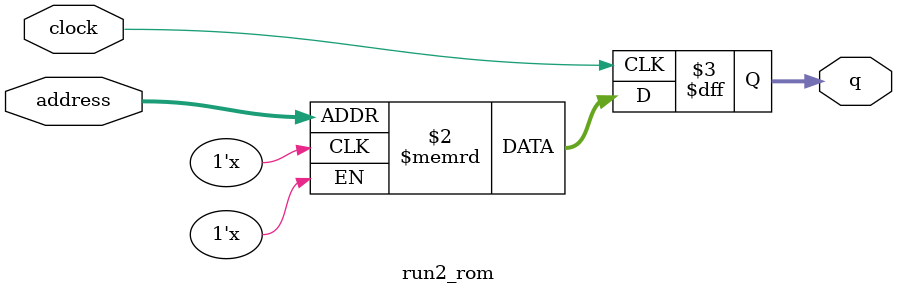
<source format=sv>
module run2_rom (
	input logic clock,
	input logic [11:0] address,
	output logic [3:0] q
);

logic [3:0] memory [0:2399] /* synthesis ram_init_file = "./run2/run2.mif" */;

always_ff @ (posedge clock) begin
	q <= memory[address];
end

endmodule

</source>
